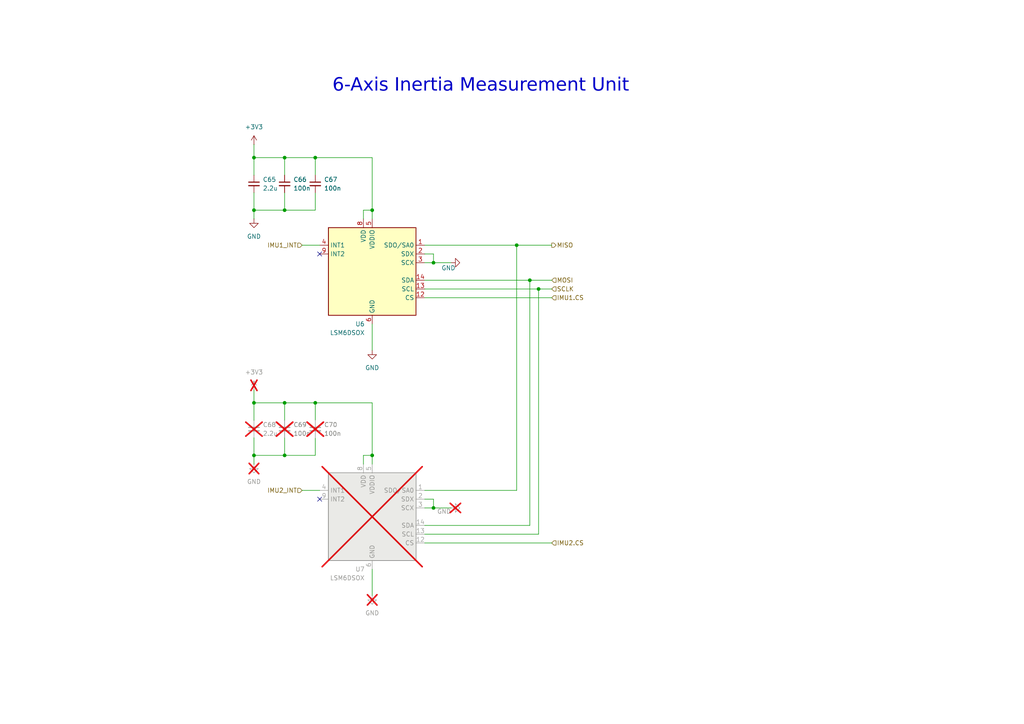
<source format=kicad_sch>
(kicad_sch (version 20250114) (generator "eeschema") (generator_version "9.0")
  (paper "A4")
  (lib_symbols
    (symbol "Device:C_Small" (pin_numbers (hide yes)) (pin_names (offset 0.254) (hide yes))
      (property "Reference" "C" (at 0.254 1.778 0))
      (property "Value" "C_Small" (at 0.254 -2.032 0))
      (symbol "C_Small_0_1"
        (polyline (pts (xy -1.524 0.508) (xy 1.524 0.508)) (stroke (width 0.3048)))
        (polyline (pts (xy -1.524 -0.508) (xy 1.524 -0.508)) (stroke (width 0.3302)))
      )
      (symbol "C_Small_1_1"
        (pin passive line (at 0 2.54 270) (length 2.032) (name "~") (number "1"))
        (pin passive line (at 0 -2.54 90) (length 2.032) (name "~") (number "2"))
      )
    )
    (symbol "Sensor_Motion:LSM6DS3"
      (property "Reference" "U" (at -11.43 15.24 0))
      (property "Value" "LSM6DS3" (at -11.43 12.7 0))
      (symbol "LSM6DS3_0_1"
        (rectangle (start -12.7 12.7) (end 12.7 -12.7) (stroke (width 0.254)) (fill (type background)))
      )
      (symbol "LSM6DS3_1_1"
        (pin bidirectional line (at -15.24 7.62 0) (length 2.54) (name "SDO/SA0") (number "1"))
        (pin bidirectional line (at -15.24 5.08 0) (length 2.54) (name "SDX") (number "2"))
        (pin input line (at -15.24 2.54 0) (length 2.54) (name "SCX") (number "3"))
        (pin bidirectional line (at -15.24 -2.54 0) (length 2.54) (name "SDA") (number "14"))
        (pin input line (at -15.24 -5.08 0) (length 2.54) (name "SCL") (number "13"))
        (pin input line (at -15.24 -7.62 0) (length 2.54) (name "CS") (number "12"))
        (pin power_in line (at 0 15.24 270) (length 2.54) (name "VDDIO") (number "5"))
        (pin power_in line (at 0 -15.24 90) (length 2.54) (name "GND") (number "6"))
        (pin passive line (at 0 -15.24 90) (length 2.54) (hide yes) (name "GND") (number "7"))
        (pin power_in line (at 2.54 15.24 270) (length 2.54) (name "VDD") (number "8"))
        (pin no_connect line (at 12.7 -2.54 180) (length 3.81) (hide yes) (name "NC") (number "11"))
        (pin no_connect line (at 12.7 -5.08 180) (length 3.81) (hide yes) (name "NC") (number "10"))
        (pin output line (at 15.24 7.62 180) (length 2.54) (name "INT1") (number "4"))
        (pin output line (at 15.24 5.08 180) (length 2.54) (name "INT2") (number "9"))
      )
    )
    (symbol "power:+3V3" (power) (pin_numbers (hide yes)) (pin_names (offset 0) (hide yes))
      (property "Value" "+3V3" (at 0 3.556 0))
      (symbol "+3V3_0_1"
        (polyline (pts (xy -0.762 1.27) (xy 0 2.54)))
        (polyline (pts (xy 0 2.54) (xy 0.762 1.27)))
        (polyline (pts (xy 0 0) (xy 0 2.54)))
      )
      (symbol "+3V3_1_1"
        (pin power_in line (at 0 0 90) (length 0) (name "~") (number "1"))
      )
    )
    (symbol "power:GND" (power) (pin_numbers (hide yes)) (pin_names (offset 0) (hide yes))
      (property "Value" "GND" (at 0 -3.81 0))
      (symbol "GND_0_1"
        (polyline (pts (xy 0 0) (xy 0 -1.27) (xy 1.27 -1.27) (xy 0 -2.54) (xy -1.27 -1.27) (xy 0 -1.27)))
      )
      (symbol "GND_1_1"
        (pin power_in line (at 0 0 270) (length 0) (name "~") (number "1"))
      )
    )
  )
  (text "6-Axis Inertia Measurement Unit" (at 139.446 25.908 0) (effects (font (size 3.81 3.81))))
  (junction (at 91.44 45.72))
  (junction (at 107.95 132.08))
  (junction (at 82.55 116.84))
  (junction (at 107.95 60.96))
  (junction (at 153.67 81.28))
  (junction (at 125.73 76.2))
  (junction (at 156.21 83.82))
  (junction (at 73.66 45.72))
  (junction (at 82.55 60.96))
  (junction (at 125.73 147.32))
  (junction (at 73.66 116.84))
  (junction (at 91.44 116.84))
  (junction (at 149.86 71.12))
  (junction (at 73.66 132.08))
  (junction (at 73.66 60.96))
  (junction (at 82.55 45.72))
  (junction (at 82.55 132.08))
  (no_connect (at 92.71 73.66))
  (no_connect (at 92.71 144.78))
  (wire (pts (xy 107.95 63.5) (xy 107.95 60.96)))
  (wire (pts (xy 123.19 144.78) (xy 125.73 144.78)))
  (wire (pts (xy 91.44 55.88) (xy 91.44 60.96)))
  (wire (pts (xy 73.66 132.08) (xy 73.66 134.62)))
  (wire (pts (xy 82.55 132.08) (xy 73.66 132.08)))
  (wire (pts (xy 107.95 45.72) (xy 91.44 45.72)))
  (wire (pts (xy 123.19 81.28) (xy 153.67 81.28)))
  (wire (pts (xy 91.44 60.96) (xy 82.55 60.96)))
  (wire (pts (xy 107.95 101.6) (xy 107.95 93.98)))
  (wire (pts (xy 123.19 86.36) (xy 160.02 86.36)))
  (wire (pts (xy 82.55 116.84) (xy 73.66 116.84)))
  (wire (pts (xy 149.86 71.12) (xy 160.02 71.12)))
  (wire (pts (xy 105.41 63.5) (xy 105.41 60.96)))
  (wire (pts (xy 123.19 142.24) (xy 149.86 142.24)))
  (wire (pts (xy 91.44 45.72) (xy 91.44 50.8)))
  (wire (pts (xy 91.44 116.84) (xy 82.55 116.84)))
  (wire (pts (xy 123.19 152.4) (xy 153.67 152.4)))
  (wire (pts (xy 105.41 60.96) (xy 107.95 60.96)))
  (wire (pts (xy 123.19 154.94) (xy 156.21 154.94)))
  (wire (pts (xy 153.67 81.28) (xy 160.02 81.28)))
  (wire (pts (xy 87.63 71.12) (xy 92.71 71.12)))
  (wire (pts (xy 123.19 73.66) (xy 125.73 73.66)))
  (wire (pts (xy 73.66 55.88) (xy 73.66 60.96)))
  (wire (pts (xy 156.21 154.94) (xy 156.21 83.82)))
  (wire (pts (xy 73.66 45.72) (xy 73.66 50.8)))
  (wire (pts (xy 125.73 147.32) (xy 130.81 147.32)))
  (wire (pts (xy 91.44 116.84) (xy 91.44 121.92)))
  (wire (pts (xy 82.55 116.84) (xy 82.55 121.92)))
  (wire (pts (xy 82.55 60.96) (xy 73.66 60.96)))
  (wire (pts (xy 125.73 73.66) (xy 125.73 76.2)))
  (wire (pts (xy 82.55 45.72) (xy 73.66 45.72)))
  (wire (pts (xy 87.63 142.24) (xy 92.71 142.24)))
  (wire (pts (xy 105.41 132.08) (xy 107.95 132.08)))
  (wire (pts (xy 123.19 83.82) (xy 156.21 83.82)))
  (wire (pts (xy 73.66 116.84) (xy 73.66 113.03)))
  (wire (pts (xy 125.73 144.78) (xy 125.73 147.32)))
  (wire (pts (xy 91.44 127) (xy 91.44 132.08)))
  (wire (pts (xy 123.19 157.48) (xy 160.02 157.48)))
  (wire (pts (xy 82.55 55.88) (xy 82.55 60.96)))
  (wire (pts (xy 107.95 134.62) (xy 107.95 132.08)))
  (wire (pts (xy 73.66 116.84) (xy 73.66 121.92)))
  (wire (pts (xy 123.19 76.2) (xy 125.73 76.2)))
  (wire (pts (xy 107.95 116.84) (xy 91.44 116.84)))
  (wire (pts (xy 153.67 152.4) (xy 153.67 81.28)))
  (wire (pts (xy 149.86 142.24) (xy 149.86 71.12)))
  (wire (pts (xy 125.73 76.2) (xy 130.81 76.2)))
  (wire (pts (xy 107.95 60.96) (xy 107.95 45.72)))
  (wire (pts (xy 107.95 132.08) (xy 107.95 116.84)))
  (wire (pts (xy 91.44 132.08) (xy 82.55 132.08)))
  (wire (pts (xy 156.21 83.82) (xy 160.02 83.82)))
  (wire (pts (xy 73.66 45.72) (xy 73.66 41.91)))
  (wire (pts (xy 123.19 147.32) (xy 125.73 147.32)))
  (wire (pts (xy 82.55 127) (xy 82.55 132.08)))
  (wire (pts (xy 91.44 45.72) (xy 82.55 45.72)))
  (wire (pts (xy 105.41 134.62) (xy 105.41 132.08)))
  (wire (pts (xy 107.95 172.72) (xy 107.95 165.1)))
  (wire (pts (xy 73.66 60.96) (xy 73.66 63.5)))
  (wire (pts (xy 82.55 45.72) (xy 82.55 50.8)))
  (wire (pts (xy 123.19 71.12) (xy 149.86 71.12)))
  (wire (pts (xy 73.66 127) (xy 73.66 132.08)))
  (hierarchical_label "SCLK" (shape input) (at 160.02 83.82 0))
  (hierarchical_label "IMU2_INT" (shape input) (at 87.63 142.24 180))
  (hierarchical_label "IMU2.CS" (shape input) (at 160.02 157.48 0))
  (hierarchical_label "MOSI" (shape input) (at 160.02 81.28 0))
  (hierarchical_label "MISO" (shape output) (at 160.02 71.12 0))
  (hierarchical_label "IMU1.CS" (shape input) (at 160.02 86.36 0))
  (hierarchical_label "IMU1_INT" (shape input) (at 87.63 71.12 180))
  (symbol (lib_id "power:GND") (at 130.81 76.2 90) (unit 1)
    (property "Reference" "#PWR076" (effects (hide yes)))
    (property "Value" "GND" (at 128.016 77.724 90) (effects (justify right)))
    (property "Description" "Power symbol creates a global label with name \"GND\" , ground" (effects (hide yes)))
  )
  (symbol (lib_id "power:GND") (at 107.95 172.72 0) (unit 1) (dnp yes)
    (property "Reference" "#PWR081" (effects (hide yes)))
    (property "Value" "GND" (at 107.95 177.8 0))
    (property "Description" "Power symbol creates a global label with name \"GND\" , ground" (effects (hide yes)))
  )
  (symbol (lib_id "Device:C_Small") (at 82.55 53.34 0) (unit 1)
    (property "Reference" "C66" (at 85.09 52.0762 0) (effects (justify left)))
    (property "Value" "100n" (at 85.09 54.6162 0) (effects (justify left)))
    (property "Description" "Unpolarized capacitor, small symbol" (effects (hide yes)))
  )
  (symbol (lib_id "Sensor_Motion:LSM6DS3") (at 107.95 78.74 0) (mirror y) (unit 1)
    (property "Reference" "U6" (at 105.8067 93.98 0) (effects (justify left)))
    (property "Value" "LSM6DSOX" (at 105.8067 96.52 0) (effects (justify left)))
    (property "Footprint" "Package_LGA:LGA-14_3x2.5mm_P0.5mm_LayoutBorder3x4y" (effects (hide yes)))
    (property "Datasheet" "https://www.st.com/resource/en/datasheet/lsm6dsox.pdf" (effects (hide yes)))
    (property "Description" "I2C/SPI, iNEMO inertial module: always-on 3D accelerometer and 3D gyroscope" (effects (hide yes)))
  )
  (symbol (lib_id "Device:C_Small") (at 73.66 53.34 0) (unit 1)
    (property "Reference" "C65" (at 76.2 52.0762 0) (effects (justify left)))
    (property "Value" "2.2u" (at 76.2 54.6162 0) (effects (justify left)))
    (property "Description" "Unpolarized capacitor, small symbol" (effects (hide yes)))
  )
  (symbol (lib_id "Sensor_Motion:LSM6DS3") (at 107.95 149.86 0) (mirror y) (unit 1) (dnp yes)
    (property "Reference" "U7" (at 105.8067 165.1 0) (effects (justify left)))
    (property "Value" "LSM6DSOX" (at 105.8067 167.64 0) (effects (justify left)))
    (property "Footprint" "Package_LGA:LGA-14_3x2.5mm_P0.5mm_LayoutBorder3x4y" (effects (hide yes)))
    (property "Datasheet" "https://www.st.com/resource/en/datasheet/lsm6dsox.pdf" (effects (hide yes)))
    (property "Description" "I2C/SPI, iNEMO inertial module: always-on 3D accelerometer and 3D gyroscope" (effects (hide yes)))
  )
  (symbol (lib_id "power:GND") (at 107.95 101.6 0) (unit 1)
    (property "Reference" "#PWR077" (effects (hide yes)))
    (property "Value" "GND" (at 107.95 106.68 0))
    (property "Description" "Power symbol creates a global label with name \"GND\" , ground" (effects (hide yes)))
  )
  (symbol (lib_id "power:+3V3") (at 73.66 41.91 0) (unit 1)
    (property "Reference" "#PWR074" (effects (hide yes)))
    (property "Value" "+3V3" (at 73.66 36.83 0))
    (property "Description" "Power symbol creates a global label with name \"+3V3\"" (effects (hide yes)))
  )
  (symbol (lib_id "Device:C_Small") (at 91.44 124.46 0) (unit 1) (dnp yes)
    (property "Reference" "C70" (at 93.98 123.1962 0) (effects (justify left)))
    (property "Value" "100n" (at 93.98 125.7362 0) (effects (justify left)))
    (property "Description" "Unpolarized capacitor, small symbol" (effects (hide yes)))
  )
  (symbol (lib_id "Device:C_Small") (at 91.44 53.34 0) (unit 1)
    (property "Reference" "C67" (at 93.98 52.0762 0) (effects (justify left)))
    (property "Value" "100n" (at 93.98 54.6162 0) (effects (justify left)))
    (property "Description" "Unpolarized capacitor, small symbol" (effects (hide yes)))
  )
  (symbol (lib_id "power:GND") (at 73.66 63.5 0) (unit 1)
    (property "Reference" "#PWR075" (effects (hide yes)))
    (property "Value" "GND" (at 73.66 68.58 0))
    (property "Description" "Power symbol creates a global label with name \"GND\" , ground" (effects (hide yes)))
  )
  (symbol (lib_id "Device:C_Small") (at 73.66 124.46 0) (unit 1) (dnp yes)
    (property "Reference" "C68" (at 76.2 123.1962 0) (effects (justify left)))
    (property "Value" "2.2u" (at 76.2 125.7362 0) (effects (justify left)))
    (property "Description" "Unpolarized capacitor, small symbol" (effects (hide yes)))
  )
  (symbol (lib_id "power:+3V3") (at 73.66 113.03 0) (unit 1) (dnp yes)
    (property "Reference" "#PWR078" (effects (hide yes)))
    (property "Value" "+3V3" (at 73.66 107.95 0))
    (property "Description" "Power symbol creates a global label with name \"+3V3\"" (effects (hide yes)))
  )
  (symbol (lib_id "Device:C_Small") (at 82.55 124.46 0) (unit 1) (dnp yes)
    (property "Reference" "C69" (at 85.09 123.1962 0) (effects (justify left)))
    (property "Value" "100n" (at 85.09 125.7362 0) (effects (justify left)))
    (property "Description" "Unpolarized capacitor, small symbol" (effects (hide yes)))
  )
  (symbol (lib_id "power:GND") (at 130.81 147.32 90) (unit 1) (dnp yes)
    (property "Reference" "#PWR080" (effects (hide yes)))
    (property "Value" "GND" (at 126.746 148.336 90) (effects (justify right)))
    (property "Description" "Power symbol creates a global label with name \"GND\" , ground" (effects (hide yes)))
  )
  (symbol (lib_id "power:GND") (at 73.66 134.62 0) (unit 1) (dnp yes)
    (property "Reference" "#PWR079" (effects (hide yes)))
    (property "Value" "GND" (at 73.66 139.7 0))
    (property "Description" "Power symbol creates a global label with name \"GND\" , ground" (effects (hide yes)))
  )
)
</source>
